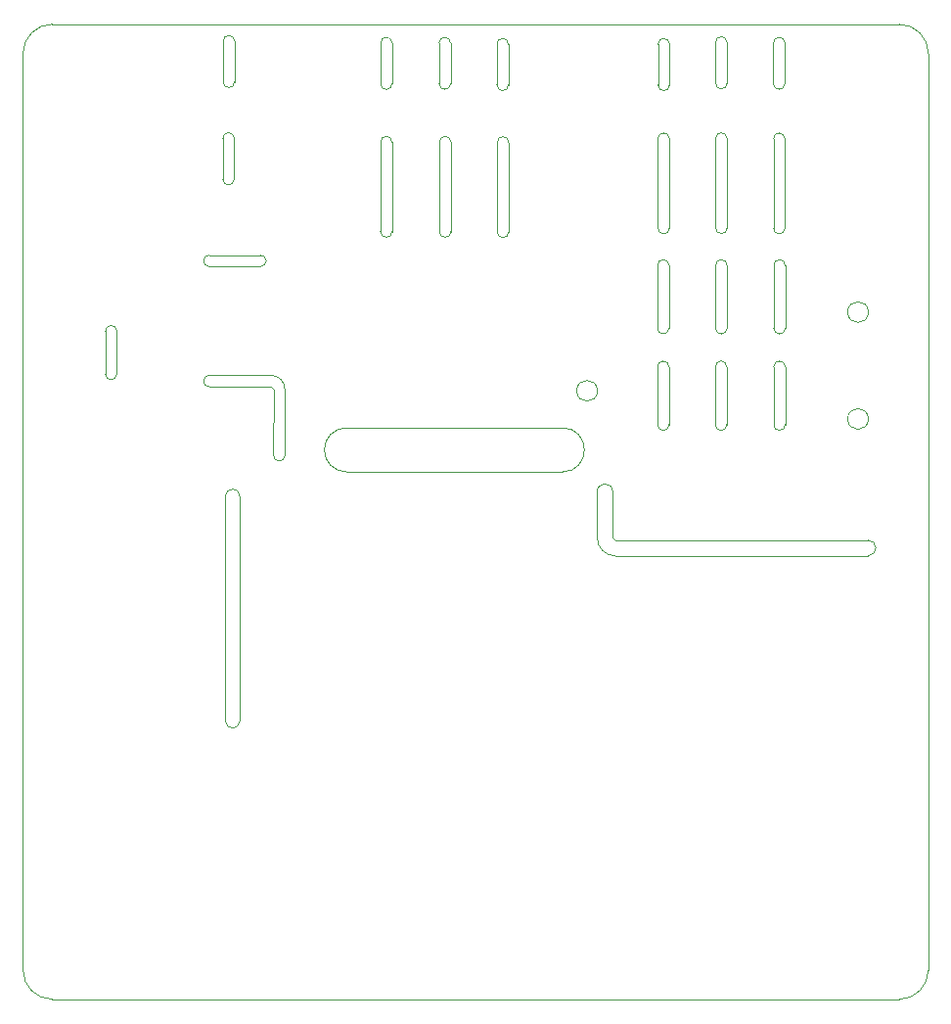
<source format=gm1>
G04 #@! TF.GenerationSoftware,KiCad,Pcbnew,(6.0.4)*
G04 #@! TF.CreationDate,2022-06-04T02:19:53+02:00*
G04 #@! TF.ProjectId,hamodule,68616d6f-6475-46c6-952e-6b696361645f,rev?*
G04 #@! TF.SameCoordinates,Original*
G04 #@! TF.FileFunction,Profile,NP*
%FSLAX46Y46*%
G04 Gerber Fmt 4.6, Leading zero omitted, Abs format (unit mm)*
G04 Created by KiCad (PCBNEW (6.0.4)) date 2022-06-04 02:19:53*
%MOMM*%
%LPD*%
G01*
G04 APERTURE LIST*
G04 #@! TA.AperFunction,Profile*
%ADD10C,0.050000*%
G04 #@! TD*
G04 #@! TA.AperFunction,Profile*
%ADD11C,0.100000*%
G04 #@! TD*
G04 APERTURE END LIST*
D10*
X166201750Y-85327450D02*
G75*
G03*
X167198250Y-85327450I498250J0D01*
G01*
X167198250Y-85327450D02*
X167198250Y-77600000D01*
X167198250Y-77600000D02*
G75*
G03*
X166201750Y-77600000I-498250J0D01*
G01*
X166201750Y-77600000D02*
X166201750Y-85327450D01*
X161201750Y-85301750D02*
G75*
G03*
X162198250Y-85301750I498250J0D01*
G01*
X162198250Y-85301750D02*
X162198250Y-77574300D01*
X162198250Y-77574300D02*
G75*
G03*
X161201750Y-77574300I-498250J0D01*
G01*
X161201750Y-77574300D02*
X161201750Y-85301750D01*
X156101750Y-85301750D02*
G75*
G03*
X157098250Y-85301750I498250J0D01*
G01*
X157098250Y-85301750D02*
X157098250Y-77574300D01*
X157098250Y-77574300D02*
G75*
G03*
X156101750Y-77574300I-498250J0D01*
G01*
X156101750Y-77574300D02*
X156101750Y-85301750D01*
X200977500Y-151701500D02*
G75*
G03*
X203517500Y-149161500I0J2540000D01*
G01*
X203517500Y-149161500D02*
X203517500Y-69913500D01*
X161836500Y-151703500D02*
X127698500Y-151703500D01*
X198321500Y-92265500D02*
G75*
G03*
X198321500Y-92265500I-900000J0D01*
G01*
D11*
X171836500Y-106083928D02*
X153136205Y-106083928D01*
D10*
X200977500Y-67373500D02*
X127698500Y-67373500D01*
D11*
X153136205Y-102279500D02*
X171836500Y-102279500D01*
D10*
X153136205Y-102279472D02*
G75*
G03*
X153136205Y-106083928I-5J-1902228D01*
G01*
X125158500Y-149161500D02*
X125158500Y-69913500D01*
X171836500Y-106083900D02*
G75*
G03*
X171836500Y-102279500I0J1902200D01*
G01*
X125158499Y-149161500D02*
G75*
G03*
X127698500Y-151703500I2542001J0D01*
G01*
X200977500Y-151701500D02*
X161836500Y-151703500D01*
X203517500Y-69913500D02*
G75*
G03*
X200977500Y-67373500I-2540000J0D01*
G01*
X143936500Y-108213500D02*
G75*
G03*
X142666500Y-108213500I-635000J0D01*
G01*
X146832375Y-104654892D02*
G75*
G03*
X147828875Y-104654892I498250J-2850D01*
G01*
X186096050Y-93659550D02*
X186096050Y-88229850D01*
X190100400Y-68999100D02*
X190100400Y-72507500D01*
X174877300Y-99072700D02*
G75*
G03*
X174877300Y-99072700I-900000J0D01*
G01*
X156115200Y-68999100D02*
X156115200Y-72507500D01*
X174855880Y-111800000D02*
G75*
G03*
X176400000Y-113344120I1544120J0D01*
G01*
X180118200Y-72609100D02*
G75*
G03*
X181114700Y-72609100I498250J0D01*
G01*
X180070350Y-88229850D02*
X180070350Y-93659550D01*
X181114700Y-69100700D02*
G75*
G03*
X180118200Y-69100700I-498250J0D01*
G01*
X142450000Y-77254100D02*
X142450000Y-80762500D01*
X181066850Y-93659550D02*
X181066850Y-88229850D01*
X180070350Y-102000000D02*
G75*
G03*
X181066850Y-102000000I498250J0D01*
G01*
X161169800Y-72507500D02*
G75*
G03*
X162166300Y-72507500I498250J0D01*
G01*
X190103350Y-85009900D02*
G75*
G03*
X191099850Y-85009900I498250J0D01*
G01*
X198321500Y-101511100D02*
G75*
G03*
X198321500Y-101511100I-900000J0D01*
G01*
X191125250Y-93659550D02*
X191125250Y-88229850D01*
X185099550Y-93659550D02*
G75*
G03*
X186096050Y-93659550I498250J0D01*
G01*
X162166300Y-68999100D02*
G75*
G03*
X161169800Y-68999100I-498250J0D01*
G01*
X190100400Y-72507500D02*
G75*
G03*
X191096900Y-72507500I498250J0D01*
G01*
X145712375Y-87334375D02*
X141280625Y-87334375D01*
X181066850Y-88229850D02*
G75*
G03*
X180070350Y-88229850I-498250J0D01*
G01*
X190103350Y-77282450D02*
X190103350Y-85009900D01*
X191099850Y-85009900D02*
X191099850Y-77282450D01*
X141280625Y-97734325D02*
G75*
G03*
X141280625Y-98730875I-2825J-498275D01*
G01*
X166173600Y-69100700D02*
X166173600Y-72609100D01*
D11*
X176400000Y-111997919D02*
X198298874Y-111997920D01*
D10*
X176202082Y-107800000D02*
G75*
G03*
X174855880Y-107800000I-673101J-25D01*
G01*
X185074150Y-97000000D02*
X185074150Y-102000000D01*
X141280625Y-98730875D02*
X146634200Y-98729800D01*
X191125250Y-88229850D02*
G75*
G03*
X190128750Y-88229850I-498250J0D01*
G01*
X142666500Y-108213500D02*
X142666500Y-127619100D01*
X180106500Y-77270700D02*
X180106500Y-84998150D01*
X142476500Y-72351900D02*
G75*
G03*
X143473000Y-72351900I498250J0D01*
G01*
X156115200Y-72507500D02*
G75*
G03*
X157111700Y-72507500I498250J0D01*
G01*
X186093100Y-72456700D02*
X186093100Y-68948300D01*
X191125250Y-102000000D02*
X191125250Y-97000000D01*
X146837400Y-98933000D02*
G75*
G03*
X146634200Y-98729800I-203200J0D01*
G01*
X146837400Y-98933000D02*
X146832375Y-104654892D01*
X180070350Y-97000000D02*
X180070350Y-102000000D01*
X191099850Y-77282450D02*
G75*
G03*
X190103350Y-77282450I-498250J0D01*
G01*
X147828875Y-104654892D02*
X147828000Y-98933000D01*
X180118200Y-69100700D02*
X180118200Y-72609100D01*
X190128750Y-97000000D02*
X190128750Y-102000000D01*
X132290000Y-97609250D02*
G75*
G03*
X133286500Y-97609250I498250J0D01*
G01*
D11*
X198298874Y-113344120D02*
X176400000Y-113344120D01*
D10*
X186096050Y-84984500D02*
X186096050Y-77257050D01*
X180106500Y-84998150D02*
G75*
G03*
X181103000Y-84998150I498250J0D01*
G01*
X143473000Y-68843500D02*
G75*
G03*
X142476500Y-68843500I-498250J0D01*
G01*
X143473000Y-72351900D02*
X143473000Y-68843500D01*
X145712375Y-88330825D02*
G75*
G03*
X145712375Y-87334375I25J498225D01*
G01*
X143446500Y-80762500D02*
X143446500Y-77254100D01*
X181103000Y-84998150D02*
X181103000Y-77270700D01*
X143446500Y-77254100D02*
G75*
G03*
X142450000Y-77254100I-498250J0D01*
G01*
X142450000Y-80762500D02*
G75*
G03*
X143446500Y-80762500I498250J0D01*
G01*
X167170100Y-72609100D02*
X167170100Y-69100700D01*
X161169800Y-68999100D02*
X161169800Y-72507500D01*
X185099550Y-88229850D02*
X185099550Y-93659550D01*
X167170100Y-69100700D02*
G75*
G03*
X166173600Y-69100700I-498250J0D01*
G01*
X180070350Y-93659550D02*
G75*
G03*
X181066850Y-93659550I498250J0D01*
G01*
X127698500Y-67373500D02*
G75*
G03*
X125158500Y-69913500I0J-2540000D01*
G01*
X141280625Y-87334325D02*
G75*
G03*
X141280625Y-88330875I-25J-498275D01*
G01*
X132290000Y-93929750D02*
X132290000Y-97609250D01*
X185099550Y-77257050D02*
X185099550Y-84984500D01*
X162166300Y-72507500D02*
X162166300Y-68999100D01*
X186096050Y-88229850D02*
G75*
G03*
X185099550Y-88229850I-498250J0D01*
G01*
X185096600Y-72456700D02*
G75*
G03*
X186093100Y-72456700I498250J0D01*
G01*
X186093100Y-68948300D02*
G75*
G03*
X185096600Y-68948300I-498250J0D01*
G01*
X142666500Y-127619100D02*
G75*
G03*
X143936500Y-127619100I635000J15614D01*
G01*
X191125250Y-97000000D02*
G75*
G03*
X190128750Y-97000000I-498250J0D01*
G01*
X190128750Y-93659550D02*
G75*
G03*
X191125250Y-93659550I498250J0D01*
G01*
X185099550Y-84984500D02*
G75*
G03*
X186096050Y-84984500I498250J0D01*
G01*
X176202081Y-111800000D02*
G75*
G03*
X176400000Y-111997919I197919J0D01*
G01*
X185074150Y-102000000D02*
G75*
G03*
X186070650Y-102000000I498250J0D01*
G01*
X191096900Y-72507500D02*
X191096900Y-68999100D01*
X186096050Y-77257050D02*
G75*
G03*
X185099550Y-77257050I-498250J0D01*
G01*
X147828000Y-98933000D02*
G75*
G03*
X146634200Y-97739200I-1193800J0D01*
G01*
X157111700Y-68999100D02*
G75*
G03*
X156115200Y-68999100I-498250J0D01*
G01*
X157111700Y-72507500D02*
X157111700Y-68999100D01*
X142476500Y-68843500D02*
X142476500Y-72351900D01*
X190128750Y-88229850D02*
X190128750Y-93659550D01*
X146634200Y-97739200D02*
X141280625Y-97734375D01*
X181066850Y-102000000D02*
X181066850Y-97000000D01*
X174855880Y-111800000D02*
X174855880Y-107800000D01*
X133286500Y-93929750D02*
G75*
G03*
X132290000Y-93929750I-498250J0D01*
G01*
X198298874Y-113344080D02*
G75*
G03*
X198298874Y-111997920I26J673080D01*
G01*
X176202081Y-107800000D02*
X176202081Y-111800000D01*
X181066850Y-97000000D02*
G75*
G03*
X180070350Y-97000000I-498250J0D01*
G01*
X186070650Y-97000000D02*
G75*
G03*
X185074150Y-97000000I-498250J0D01*
G01*
X191096900Y-68999100D02*
G75*
G03*
X190100400Y-68999100I-498250J0D01*
G01*
X166173600Y-72609100D02*
G75*
G03*
X167170100Y-72609100I498250J0D01*
G01*
X133286500Y-97609250D02*
X133286500Y-93929750D01*
X185096600Y-68948300D02*
X185096600Y-72456700D01*
X186070650Y-102000000D02*
X186070650Y-97000000D01*
X181114700Y-72609100D02*
X181114700Y-69100700D01*
X143936500Y-127619100D02*
X143936500Y-108213500D01*
X141280625Y-88330875D02*
X145712375Y-88330875D01*
X181103000Y-77270700D02*
G75*
G03*
X180106500Y-77270700I-498250J0D01*
G01*
X190128750Y-102000000D02*
G75*
G03*
X191125250Y-102000000I498250J0D01*
G01*
M02*

</source>
